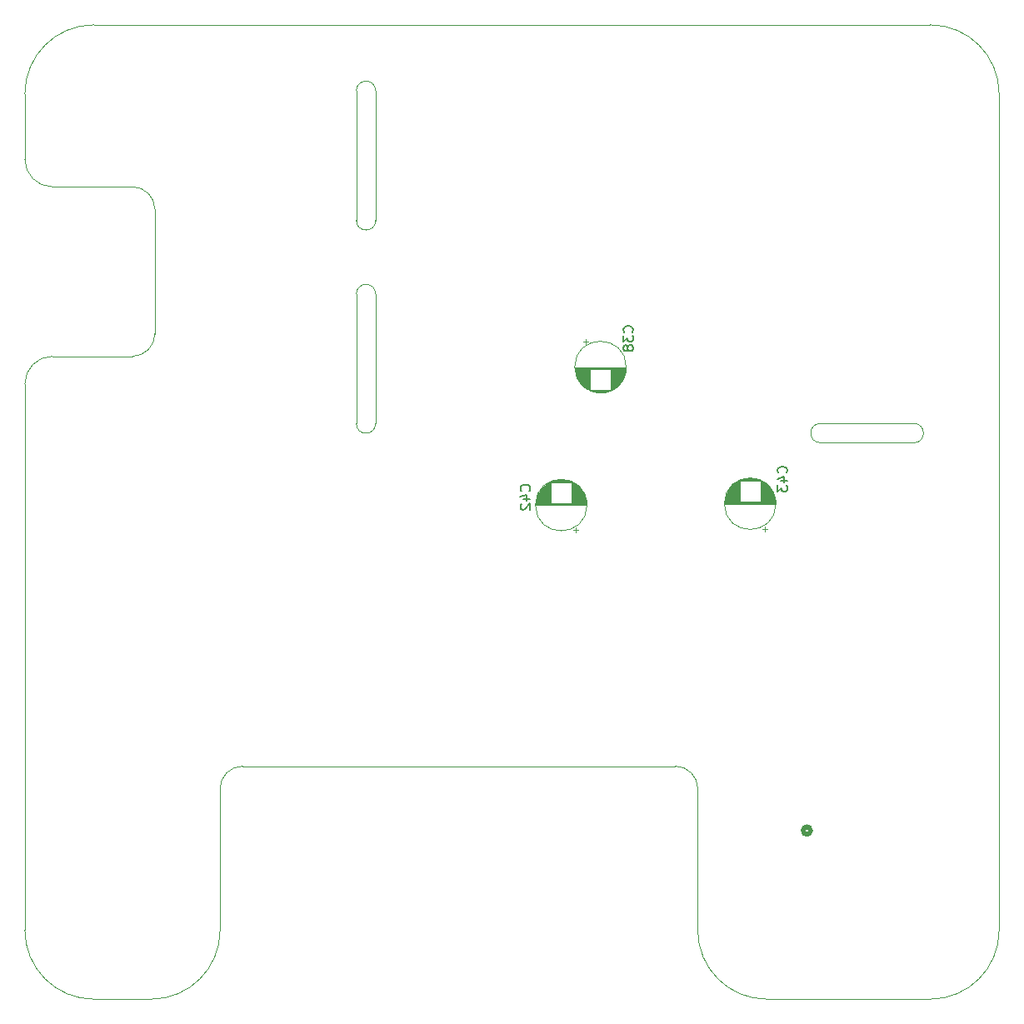
<source format=gbo>
G04 #@! TF.GenerationSoftware,KiCad,Pcbnew,7.0.7+dfsg-1*
G04 #@! TF.CreationDate,2024-09-28T12:18:31+02:00*
G04 #@! TF.ProjectId,evo-cube-sensor,65766f2d-6375-4626-952d-73656e736f72,rev?*
G04 #@! TF.SameCoordinates,Original*
G04 #@! TF.FileFunction,Legend,Bot*
G04 #@! TF.FilePolarity,Positive*
%FSLAX46Y46*%
G04 Gerber Fmt 4.6, Leading zero omitted, Abs format (unit mm)*
G04 Created by KiCad (PCBNEW 7.0.7+dfsg-1) date 2024-09-28 12:18:31*
%MOMM*%
%LPD*%
G01*
G04 APERTURE LIST*
%ADD10C,0.150000*%
%ADD11C,0.508000*%
%ADD12C,0.120000*%
G04 #@! TA.AperFunction,Profile*
%ADD13C,0.100000*%
G04 #@! TD*
G04 APERTURE END LIST*
D10*
X95380980Y-63796942D02*
X95428600Y-63749323D01*
X95428600Y-63749323D02*
X95476219Y-63606466D01*
X95476219Y-63606466D02*
X95476219Y-63511228D01*
X95476219Y-63511228D02*
X95428600Y-63368371D01*
X95428600Y-63368371D02*
X95333361Y-63273133D01*
X95333361Y-63273133D02*
X95238123Y-63225514D01*
X95238123Y-63225514D02*
X95047647Y-63177895D01*
X95047647Y-63177895D02*
X94904790Y-63177895D01*
X94904790Y-63177895D02*
X94714314Y-63225514D01*
X94714314Y-63225514D02*
X94619076Y-63273133D01*
X94619076Y-63273133D02*
X94523838Y-63368371D01*
X94523838Y-63368371D02*
X94476219Y-63511228D01*
X94476219Y-63511228D02*
X94476219Y-63606466D01*
X94476219Y-63606466D02*
X94523838Y-63749323D01*
X94523838Y-63749323D02*
X94571457Y-63796942D01*
X94476219Y-64130276D02*
X94476219Y-64749323D01*
X94476219Y-64749323D02*
X94857171Y-64415990D01*
X94857171Y-64415990D02*
X94857171Y-64558847D01*
X94857171Y-64558847D02*
X94904790Y-64654085D01*
X94904790Y-64654085D02*
X94952409Y-64701704D01*
X94952409Y-64701704D02*
X95047647Y-64749323D01*
X95047647Y-64749323D02*
X95285742Y-64749323D01*
X95285742Y-64749323D02*
X95380980Y-64701704D01*
X95380980Y-64701704D02*
X95428600Y-64654085D01*
X95428600Y-64654085D02*
X95476219Y-64558847D01*
X95476219Y-64558847D02*
X95476219Y-64273133D01*
X95476219Y-64273133D02*
X95428600Y-64177895D01*
X95428600Y-64177895D02*
X95380980Y-64130276D01*
X94904790Y-65320752D02*
X94857171Y-65225514D01*
X94857171Y-65225514D02*
X94809552Y-65177895D01*
X94809552Y-65177895D02*
X94714314Y-65130276D01*
X94714314Y-65130276D02*
X94666695Y-65130276D01*
X94666695Y-65130276D02*
X94571457Y-65177895D01*
X94571457Y-65177895D02*
X94523838Y-65225514D01*
X94523838Y-65225514D02*
X94476219Y-65320752D01*
X94476219Y-65320752D02*
X94476219Y-65511228D01*
X94476219Y-65511228D02*
X94523838Y-65606466D01*
X94523838Y-65606466D02*
X94571457Y-65654085D01*
X94571457Y-65654085D02*
X94666695Y-65701704D01*
X94666695Y-65701704D02*
X94714314Y-65701704D01*
X94714314Y-65701704D02*
X94809552Y-65654085D01*
X94809552Y-65654085D02*
X94857171Y-65606466D01*
X94857171Y-65606466D02*
X94904790Y-65511228D01*
X94904790Y-65511228D02*
X94904790Y-65320752D01*
X94904790Y-65320752D02*
X94952409Y-65225514D01*
X94952409Y-65225514D02*
X95000028Y-65177895D01*
X95000028Y-65177895D02*
X95095266Y-65130276D01*
X95095266Y-65130276D02*
X95285742Y-65130276D01*
X95285742Y-65130276D02*
X95380980Y-65177895D01*
X95380980Y-65177895D02*
X95428600Y-65225514D01*
X95428600Y-65225514D02*
X95476219Y-65320752D01*
X95476219Y-65320752D02*
X95476219Y-65511228D01*
X95476219Y-65511228D02*
X95428600Y-65606466D01*
X95428600Y-65606466D02*
X95380980Y-65654085D01*
X95380980Y-65654085D02*
X95285742Y-65701704D01*
X95285742Y-65701704D02*
X95095266Y-65701704D01*
X95095266Y-65701704D02*
X95000028Y-65654085D01*
X95000028Y-65654085D02*
X94952409Y-65606466D01*
X94952409Y-65606466D02*
X94904790Y-65511228D01*
X111052780Y-78071742D02*
X111100400Y-78024123D01*
X111100400Y-78024123D02*
X111148019Y-77881266D01*
X111148019Y-77881266D02*
X111148019Y-77786028D01*
X111148019Y-77786028D02*
X111100400Y-77643171D01*
X111100400Y-77643171D02*
X111005161Y-77547933D01*
X111005161Y-77547933D02*
X110909923Y-77500314D01*
X110909923Y-77500314D02*
X110719447Y-77452695D01*
X110719447Y-77452695D02*
X110576590Y-77452695D01*
X110576590Y-77452695D02*
X110386114Y-77500314D01*
X110386114Y-77500314D02*
X110290876Y-77547933D01*
X110290876Y-77547933D02*
X110195638Y-77643171D01*
X110195638Y-77643171D02*
X110148019Y-77786028D01*
X110148019Y-77786028D02*
X110148019Y-77881266D01*
X110148019Y-77881266D02*
X110195638Y-78024123D01*
X110195638Y-78024123D02*
X110243257Y-78071742D01*
X110481352Y-78928885D02*
X111148019Y-78928885D01*
X110100400Y-78690790D02*
X110814685Y-78452695D01*
X110814685Y-78452695D02*
X110814685Y-79071742D01*
X110148019Y-79357457D02*
X110148019Y-79976504D01*
X110148019Y-79976504D02*
X110528971Y-79643171D01*
X110528971Y-79643171D02*
X110528971Y-79786028D01*
X110528971Y-79786028D02*
X110576590Y-79881266D01*
X110576590Y-79881266D02*
X110624209Y-79928885D01*
X110624209Y-79928885D02*
X110719447Y-79976504D01*
X110719447Y-79976504D02*
X110957542Y-79976504D01*
X110957542Y-79976504D02*
X111052780Y-79928885D01*
X111052780Y-79928885D02*
X111100400Y-79881266D01*
X111100400Y-79881266D02*
X111148019Y-79786028D01*
X111148019Y-79786028D02*
X111148019Y-79500314D01*
X111148019Y-79500314D02*
X111100400Y-79405076D01*
X111100400Y-79405076D02*
X111052780Y-79357457D01*
X84916180Y-79925942D02*
X84963800Y-79878323D01*
X84963800Y-79878323D02*
X85011419Y-79735466D01*
X85011419Y-79735466D02*
X85011419Y-79640228D01*
X85011419Y-79640228D02*
X84963800Y-79497371D01*
X84963800Y-79497371D02*
X84868561Y-79402133D01*
X84868561Y-79402133D02*
X84773323Y-79354514D01*
X84773323Y-79354514D02*
X84582847Y-79306895D01*
X84582847Y-79306895D02*
X84439990Y-79306895D01*
X84439990Y-79306895D02*
X84249514Y-79354514D01*
X84249514Y-79354514D02*
X84154276Y-79402133D01*
X84154276Y-79402133D02*
X84059038Y-79497371D01*
X84059038Y-79497371D02*
X84011419Y-79640228D01*
X84011419Y-79640228D02*
X84011419Y-79735466D01*
X84011419Y-79735466D02*
X84059038Y-79878323D01*
X84059038Y-79878323D02*
X84106657Y-79925942D01*
X84344752Y-80783085D02*
X85011419Y-80783085D01*
X83963800Y-80544990D02*
X84678085Y-80306895D01*
X84678085Y-80306895D02*
X84678085Y-80925942D01*
X84106657Y-81259276D02*
X84059038Y-81306895D01*
X84059038Y-81306895D02*
X84011419Y-81402133D01*
X84011419Y-81402133D02*
X84011419Y-81640228D01*
X84011419Y-81640228D02*
X84059038Y-81735466D01*
X84059038Y-81735466D02*
X84106657Y-81783085D01*
X84106657Y-81783085D02*
X84201895Y-81830704D01*
X84201895Y-81830704D02*
X84297133Y-81830704D01*
X84297133Y-81830704D02*
X84439990Y-81783085D01*
X84439990Y-81783085D02*
X85011419Y-81211657D01*
X85011419Y-81211657D02*
X85011419Y-81830704D01*
D11*
X113501800Y-114439700D02*
G75*
G03*
X113501800Y-114439700I-381000J0D01*
G01*
D12*
X90676200Y-64536025D02*
X90676200Y-65036025D01*
X90426200Y-64786025D02*
X90926200Y-64786025D01*
X89571200Y-67340800D02*
X94731200Y-67340800D01*
X89571200Y-67380800D02*
X94731200Y-67380800D01*
X89572200Y-67420800D02*
X94730200Y-67420800D01*
X89573200Y-67460800D02*
X94729200Y-67460800D01*
X89575200Y-67500800D02*
X94727200Y-67500800D01*
X89578200Y-67540800D02*
X94724200Y-67540800D01*
X93191200Y-67580800D02*
X94720200Y-67580800D01*
X89582200Y-67580800D02*
X91111200Y-67580800D01*
X93191200Y-67620800D02*
X94716200Y-67620800D01*
X89586200Y-67620800D02*
X91111200Y-67620800D01*
X93191200Y-67660800D02*
X94712200Y-67660800D01*
X89590200Y-67660800D02*
X91111200Y-67660800D01*
X93191200Y-67700800D02*
X94707200Y-67700800D01*
X89595200Y-67700800D02*
X91111200Y-67700800D01*
X93191200Y-67740800D02*
X94701200Y-67740800D01*
X89601200Y-67740800D02*
X91111200Y-67740800D01*
X93191200Y-67780800D02*
X94694200Y-67780800D01*
X89608200Y-67780800D02*
X91111200Y-67780800D01*
X93191200Y-67820800D02*
X94687200Y-67820800D01*
X89615200Y-67820800D02*
X91111200Y-67820800D01*
X93191200Y-67860800D02*
X94679200Y-67860800D01*
X89623200Y-67860800D02*
X91111200Y-67860800D01*
X93191200Y-67900800D02*
X94671200Y-67900800D01*
X89631200Y-67900800D02*
X91111200Y-67900800D01*
X93191200Y-67940800D02*
X94662200Y-67940800D01*
X89640200Y-67940800D02*
X91111200Y-67940800D01*
X93191200Y-67980800D02*
X94652200Y-67980800D01*
X89650200Y-67980800D02*
X91111200Y-67980800D01*
X93191200Y-68020800D02*
X94642200Y-68020800D01*
X89660200Y-68020800D02*
X91111200Y-68020800D01*
X93191200Y-68061800D02*
X94631200Y-68061800D01*
X89671200Y-68061800D02*
X91111200Y-68061800D01*
X93191200Y-68101800D02*
X94619200Y-68101800D01*
X89683200Y-68101800D02*
X91111200Y-68101800D01*
X93191200Y-68141800D02*
X94606200Y-68141800D01*
X89696200Y-68141800D02*
X91111200Y-68141800D01*
X93191200Y-68181800D02*
X94593200Y-68181800D01*
X89709200Y-68181800D02*
X91111200Y-68181800D01*
X93191200Y-68221800D02*
X94579200Y-68221800D01*
X89723200Y-68221800D02*
X91111200Y-68221800D01*
X93191200Y-68261800D02*
X94565200Y-68261800D01*
X89737200Y-68261800D02*
X91111200Y-68261800D01*
X93191200Y-68301800D02*
X94549200Y-68301800D01*
X89753200Y-68301800D02*
X91111200Y-68301800D01*
X93191200Y-68341800D02*
X94533200Y-68341800D01*
X89769200Y-68341800D02*
X91111200Y-68341800D01*
X93191200Y-68381800D02*
X94516200Y-68381800D01*
X89786200Y-68381800D02*
X91111200Y-68381800D01*
X93191200Y-68421800D02*
X94499200Y-68421800D01*
X89803200Y-68421800D02*
X91111200Y-68421800D01*
X93191200Y-68461800D02*
X94480200Y-68461800D01*
X89822200Y-68461800D02*
X91111200Y-68461800D01*
X93191200Y-68501800D02*
X94461200Y-68501800D01*
X89841200Y-68501800D02*
X91111200Y-68501800D01*
X93191200Y-68541800D02*
X94441200Y-68541800D01*
X89861200Y-68541800D02*
X91111200Y-68541800D01*
X93191200Y-68581800D02*
X94419200Y-68581800D01*
X89883200Y-68581800D02*
X91111200Y-68581800D01*
X93191200Y-68621800D02*
X94398200Y-68621800D01*
X89904200Y-68621800D02*
X91111200Y-68621800D01*
X93191200Y-68661800D02*
X94375200Y-68661800D01*
X89927200Y-68661800D02*
X91111200Y-68661800D01*
X93191200Y-68701800D02*
X94351200Y-68701800D01*
X89951200Y-68701800D02*
X91111200Y-68701800D01*
X93191200Y-68741800D02*
X94326200Y-68741800D01*
X89976200Y-68741800D02*
X91111200Y-68741800D01*
X93191200Y-68781800D02*
X94300200Y-68781800D01*
X90002200Y-68781800D02*
X91111200Y-68781800D01*
X93191200Y-68821800D02*
X94273200Y-68821800D01*
X90029200Y-68821800D02*
X91111200Y-68821800D01*
X93191200Y-68861800D02*
X94246200Y-68861800D01*
X90056200Y-68861800D02*
X91111200Y-68861800D01*
X93191200Y-68901800D02*
X94216200Y-68901800D01*
X90086200Y-68901800D02*
X91111200Y-68901800D01*
X93191200Y-68941800D02*
X94186200Y-68941800D01*
X90116200Y-68941800D02*
X91111200Y-68941800D01*
X93191200Y-68981800D02*
X94155200Y-68981800D01*
X90147200Y-68981800D02*
X91111200Y-68981800D01*
X93191200Y-69021800D02*
X94122200Y-69021800D01*
X90180200Y-69021800D02*
X91111200Y-69021800D01*
X93191200Y-69061800D02*
X94088200Y-69061800D01*
X90214200Y-69061800D02*
X91111200Y-69061800D01*
X93191200Y-69101800D02*
X94052200Y-69101800D01*
X90250200Y-69101800D02*
X91111200Y-69101800D01*
X93191200Y-69141800D02*
X94015200Y-69141800D01*
X90287200Y-69141800D02*
X91111200Y-69141800D01*
X93191200Y-69181800D02*
X93977200Y-69181800D01*
X90325200Y-69181800D02*
X91111200Y-69181800D01*
X93191200Y-69221800D02*
X93936200Y-69221800D01*
X90366200Y-69221800D02*
X91111200Y-69221800D01*
X93191200Y-69261800D02*
X93894200Y-69261800D01*
X90408200Y-69261800D02*
X91111200Y-69261800D01*
X93191200Y-69301800D02*
X93850200Y-69301800D01*
X90452200Y-69301800D02*
X91111200Y-69301800D01*
X93191200Y-69341800D02*
X93804200Y-69341800D01*
X90498200Y-69341800D02*
X91111200Y-69341800D01*
X93191200Y-69381800D02*
X93756200Y-69381800D01*
X90546200Y-69381800D02*
X91111200Y-69381800D01*
X93191200Y-69421800D02*
X93705200Y-69421800D01*
X90597200Y-69421800D02*
X91111200Y-69421800D01*
X93191200Y-69461800D02*
X93651200Y-69461800D01*
X90651200Y-69461800D02*
X91111200Y-69461800D01*
X93191200Y-69501800D02*
X93594200Y-69501800D01*
X90708200Y-69501800D02*
X91111200Y-69501800D01*
X93191200Y-69541800D02*
X93534200Y-69541800D01*
X90768200Y-69541800D02*
X91111200Y-69541800D01*
X93191200Y-69581800D02*
X93470200Y-69581800D01*
X90832200Y-69581800D02*
X91111200Y-69581800D01*
X93191200Y-69621800D02*
X93402200Y-69621800D01*
X90900200Y-69621800D02*
X91111200Y-69621800D01*
X90973200Y-69661800D02*
X93329200Y-69661800D01*
X91053200Y-69701800D02*
X93249200Y-69701800D01*
X91140200Y-69741800D02*
X93162200Y-69741800D01*
X91236200Y-69781800D02*
X93066200Y-69781800D01*
X91346200Y-69821800D02*
X92956200Y-69821800D01*
X91474200Y-69861800D02*
X92828200Y-69861800D01*
X91633200Y-69901800D02*
X92669200Y-69901800D01*
X91867200Y-69941800D02*
X92435200Y-69941800D01*
X94771200Y-67340800D02*
G75*
G03*
X94771200Y-67340800I-2620000J0D01*
G01*
X108840800Y-84028575D02*
X108840800Y-83528575D01*
X109090800Y-83778575D02*
X108590800Y-83778575D01*
X109945800Y-81223800D02*
X104785800Y-81223800D01*
X109945800Y-81183800D02*
X104785800Y-81183800D01*
X109944800Y-81143800D02*
X104786800Y-81143800D01*
X109943800Y-81103800D02*
X104787800Y-81103800D01*
X109941800Y-81063800D02*
X104789800Y-81063800D01*
X109938800Y-81023800D02*
X104792800Y-81023800D01*
X106325800Y-80983800D02*
X104796800Y-80983800D01*
X109934800Y-80983800D02*
X108405800Y-80983800D01*
X106325800Y-80943800D02*
X104800800Y-80943800D01*
X109930800Y-80943800D02*
X108405800Y-80943800D01*
X106325800Y-80903800D02*
X104804800Y-80903800D01*
X109926800Y-80903800D02*
X108405800Y-80903800D01*
X106325800Y-80863800D02*
X104809800Y-80863800D01*
X109921800Y-80863800D02*
X108405800Y-80863800D01*
X106325800Y-80823800D02*
X104815800Y-80823800D01*
X109915800Y-80823800D02*
X108405800Y-80823800D01*
X106325800Y-80783800D02*
X104822800Y-80783800D01*
X109908800Y-80783800D02*
X108405800Y-80783800D01*
X106325800Y-80743800D02*
X104829800Y-80743800D01*
X109901800Y-80743800D02*
X108405800Y-80743800D01*
X106325800Y-80703800D02*
X104837800Y-80703800D01*
X109893800Y-80703800D02*
X108405800Y-80703800D01*
X106325800Y-80663800D02*
X104845800Y-80663800D01*
X109885800Y-80663800D02*
X108405800Y-80663800D01*
X106325800Y-80623800D02*
X104854800Y-80623800D01*
X109876800Y-80623800D02*
X108405800Y-80623800D01*
X106325800Y-80583800D02*
X104864800Y-80583800D01*
X109866800Y-80583800D02*
X108405800Y-80583800D01*
X106325800Y-80543800D02*
X104874800Y-80543800D01*
X109856800Y-80543800D02*
X108405800Y-80543800D01*
X106325800Y-80502800D02*
X104885800Y-80502800D01*
X109845800Y-80502800D02*
X108405800Y-80502800D01*
X106325800Y-80462800D02*
X104897800Y-80462800D01*
X109833800Y-80462800D02*
X108405800Y-80462800D01*
X106325800Y-80422800D02*
X104910800Y-80422800D01*
X109820800Y-80422800D02*
X108405800Y-80422800D01*
X106325800Y-80382800D02*
X104923800Y-80382800D01*
X109807800Y-80382800D02*
X108405800Y-80382800D01*
X106325800Y-80342800D02*
X104937800Y-80342800D01*
X109793800Y-80342800D02*
X108405800Y-80342800D01*
X106325800Y-80302800D02*
X104951800Y-80302800D01*
X109779800Y-80302800D02*
X108405800Y-80302800D01*
X106325800Y-80262800D02*
X104967800Y-80262800D01*
X109763800Y-80262800D02*
X108405800Y-80262800D01*
X106325800Y-80222800D02*
X104983800Y-80222800D01*
X109747800Y-80222800D02*
X108405800Y-80222800D01*
X106325800Y-80182800D02*
X105000800Y-80182800D01*
X109730800Y-80182800D02*
X108405800Y-80182800D01*
X106325800Y-80142800D02*
X105017800Y-80142800D01*
X109713800Y-80142800D02*
X108405800Y-80142800D01*
X106325800Y-80102800D02*
X105036800Y-80102800D01*
X109694800Y-80102800D02*
X108405800Y-80102800D01*
X106325800Y-80062800D02*
X105055800Y-80062800D01*
X109675800Y-80062800D02*
X108405800Y-80062800D01*
X106325800Y-80022800D02*
X105075800Y-80022800D01*
X109655800Y-80022800D02*
X108405800Y-80022800D01*
X106325800Y-79982800D02*
X105097800Y-79982800D01*
X109633800Y-79982800D02*
X108405800Y-79982800D01*
X106325800Y-79942800D02*
X105118800Y-79942800D01*
X109612800Y-79942800D02*
X108405800Y-79942800D01*
X106325800Y-79902800D02*
X105141800Y-79902800D01*
X109589800Y-79902800D02*
X108405800Y-79902800D01*
X106325800Y-79862800D02*
X105165800Y-79862800D01*
X109565800Y-79862800D02*
X108405800Y-79862800D01*
X106325800Y-79822800D02*
X105190800Y-79822800D01*
X109540800Y-79822800D02*
X108405800Y-79822800D01*
X106325800Y-79782800D02*
X105216800Y-79782800D01*
X109514800Y-79782800D02*
X108405800Y-79782800D01*
X106325800Y-79742800D02*
X105243800Y-79742800D01*
X109487800Y-79742800D02*
X108405800Y-79742800D01*
X106325800Y-79702800D02*
X105270800Y-79702800D01*
X109460800Y-79702800D02*
X108405800Y-79702800D01*
X106325800Y-79662800D02*
X105300800Y-79662800D01*
X109430800Y-79662800D02*
X108405800Y-79662800D01*
X106325800Y-79622800D02*
X105330800Y-79622800D01*
X109400800Y-79622800D02*
X108405800Y-79622800D01*
X106325800Y-79582800D02*
X105361800Y-79582800D01*
X109369800Y-79582800D02*
X108405800Y-79582800D01*
X106325800Y-79542800D02*
X105394800Y-79542800D01*
X109336800Y-79542800D02*
X108405800Y-79542800D01*
X106325800Y-79502800D02*
X105428800Y-79502800D01*
X109302800Y-79502800D02*
X108405800Y-79502800D01*
X106325800Y-79462800D02*
X105464800Y-79462800D01*
X109266800Y-79462800D02*
X108405800Y-79462800D01*
X106325800Y-79422800D02*
X105501800Y-79422800D01*
X109229800Y-79422800D02*
X108405800Y-79422800D01*
X106325800Y-79382800D02*
X105539800Y-79382800D01*
X109191800Y-79382800D02*
X108405800Y-79382800D01*
X106325800Y-79342800D02*
X105580800Y-79342800D01*
X109150800Y-79342800D02*
X108405800Y-79342800D01*
X106325800Y-79302800D02*
X105622800Y-79302800D01*
X109108800Y-79302800D02*
X108405800Y-79302800D01*
X106325800Y-79262800D02*
X105666800Y-79262800D01*
X109064800Y-79262800D02*
X108405800Y-79262800D01*
X106325800Y-79222800D02*
X105712800Y-79222800D01*
X109018800Y-79222800D02*
X108405800Y-79222800D01*
X106325800Y-79182800D02*
X105760800Y-79182800D01*
X108970800Y-79182800D02*
X108405800Y-79182800D01*
X106325800Y-79142800D02*
X105811800Y-79142800D01*
X108919800Y-79142800D02*
X108405800Y-79142800D01*
X106325800Y-79102800D02*
X105865800Y-79102800D01*
X108865800Y-79102800D02*
X108405800Y-79102800D01*
X106325800Y-79062800D02*
X105922800Y-79062800D01*
X108808800Y-79062800D02*
X108405800Y-79062800D01*
X106325800Y-79022800D02*
X105982800Y-79022800D01*
X108748800Y-79022800D02*
X108405800Y-79022800D01*
X106325800Y-78982800D02*
X106046800Y-78982800D01*
X108684800Y-78982800D02*
X108405800Y-78982800D01*
X106325800Y-78942800D02*
X106114800Y-78942800D01*
X108616800Y-78942800D02*
X108405800Y-78942800D01*
X108543800Y-78902800D02*
X106187800Y-78902800D01*
X108463800Y-78862800D02*
X106267800Y-78862800D01*
X108376800Y-78822800D02*
X106354800Y-78822800D01*
X108280800Y-78782800D02*
X106450800Y-78782800D01*
X108170800Y-78742800D02*
X106560800Y-78742800D01*
X108042800Y-78702800D02*
X106688800Y-78702800D01*
X107883800Y-78662800D02*
X106847800Y-78662800D01*
X107649800Y-78622800D02*
X107081800Y-78622800D01*
X109985800Y-81223800D02*
G75*
G03*
X109985800Y-81223800I-2620000J0D01*
G01*
X89638400Y-84166888D02*
X89638400Y-83666888D01*
X89888400Y-83916888D02*
X89388400Y-83916888D01*
X90743400Y-81362113D02*
X85583400Y-81362113D01*
X90743400Y-81322113D02*
X85583400Y-81322113D01*
X90742400Y-81282113D02*
X85584400Y-81282113D01*
X90741400Y-81242113D02*
X85585400Y-81242113D01*
X90739400Y-81202113D02*
X85587400Y-81202113D01*
X90736400Y-81162113D02*
X85590400Y-81162113D01*
X87123400Y-81122113D02*
X85594400Y-81122113D01*
X90732400Y-81122113D02*
X89203400Y-81122113D01*
X87123400Y-81082113D02*
X85598400Y-81082113D01*
X90728400Y-81082113D02*
X89203400Y-81082113D01*
X87123400Y-81042113D02*
X85602400Y-81042113D01*
X90724400Y-81042113D02*
X89203400Y-81042113D01*
X87123400Y-81002113D02*
X85607400Y-81002113D01*
X90719400Y-81002113D02*
X89203400Y-81002113D01*
X87123400Y-80962113D02*
X85613400Y-80962113D01*
X90713400Y-80962113D02*
X89203400Y-80962113D01*
X87123400Y-80922113D02*
X85620400Y-80922113D01*
X90706400Y-80922113D02*
X89203400Y-80922113D01*
X87123400Y-80882113D02*
X85627400Y-80882113D01*
X90699400Y-80882113D02*
X89203400Y-80882113D01*
X87123400Y-80842113D02*
X85635400Y-80842113D01*
X90691400Y-80842113D02*
X89203400Y-80842113D01*
X87123400Y-80802113D02*
X85643400Y-80802113D01*
X90683400Y-80802113D02*
X89203400Y-80802113D01*
X87123400Y-80762113D02*
X85652400Y-80762113D01*
X90674400Y-80762113D02*
X89203400Y-80762113D01*
X87123400Y-80722113D02*
X85662400Y-80722113D01*
X90664400Y-80722113D02*
X89203400Y-80722113D01*
X87123400Y-80682113D02*
X85672400Y-80682113D01*
X90654400Y-80682113D02*
X89203400Y-80682113D01*
X87123400Y-80641113D02*
X85683400Y-80641113D01*
X90643400Y-80641113D02*
X89203400Y-80641113D01*
X87123400Y-80601113D02*
X85695400Y-80601113D01*
X90631400Y-80601113D02*
X89203400Y-80601113D01*
X87123400Y-80561113D02*
X85708400Y-80561113D01*
X90618400Y-80561113D02*
X89203400Y-80561113D01*
X87123400Y-80521113D02*
X85721400Y-80521113D01*
X90605400Y-80521113D02*
X89203400Y-80521113D01*
X87123400Y-80481113D02*
X85735400Y-80481113D01*
X90591400Y-80481113D02*
X89203400Y-80481113D01*
X87123400Y-80441113D02*
X85749400Y-80441113D01*
X90577400Y-80441113D02*
X89203400Y-80441113D01*
X87123400Y-80401113D02*
X85765400Y-80401113D01*
X90561400Y-80401113D02*
X89203400Y-80401113D01*
X87123400Y-80361113D02*
X85781400Y-80361113D01*
X90545400Y-80361113D02*
X89203400Y-80361113D01*
X87123400Y-80321113D02*
X85798400Y-80321113D01*
X90528400Y-80321113D02*
X89203400Y-80321113D01*
X87123400Y-80281113D02*
X85815400Y-80281113D01*
X90511400Y-80281113D02*
X89203400Y-80281113D01*
X87123400Y-80241113D02*
X85834400Y-80241113D01*
X90492400Y-80241113D02*
X89203400Y-80241113D01*
X87123400Y-80201113D02*
X85853400Y-80201113D01*
X90473400Y-80201113D02*
X89203400Y-80201113D01*
X87123400Y-80161113D02*
X85873400Y-80161113D01*
X90453400Y-80161113D02*
X89203400Y-80161113D01*
X87123400Y-80121113D02*
X85895400Y-80121113D01*
X90431400Y-80121113D02*
X89203400Y-80121113D01*
X87123400Y-80081113D02*
X85916400Y-80081113D01*
X90410400Y-80081113D02*
X89203400Y-80081113D01*
X87123400Y-80041113D02*
X85939400Y-80041113D01*
X90387400Y-80041113D02*
X89203400Y-80041113D01*
X87123400Y-80001113D02*
X85963400Y-80001113D01*
X90363400Y-80001113D02*
X89203400Y-80001113D01*
X87123400Y-79961113D02*
X85988400Y-79961113D01*
X90338400Y-79961113D02*
X89203400Y-79961113D01*
X87123400Y-79921113D02*
X86014400Y-79921113D01*
X90312400Y-79921113D02*
X89203400Y-79921113D01*
X87123400Y-79881113D02*
X86041400Y-79881113D01*
X90285400Y-79881113D02*
X89203400Y-79881113D01*
X87123400Y-79841113D02*
X86068400Y-79841113D01*
X90258400Y-79841113D02*
X89203400Y-79841113D01*
X87123400Y-79801113D02*
X86098400Y-79801113D01*
X90228400Y-79801113D02*
X89203400Y-79801113D01*
X87123400Y-79761113D02*
X86128400Y-79761113D01*
X90198400Y-79761113D02*
X89203400Y-79761113D01*
X87123400Y-79721113D02*
X86159400Y-79721113D01*
X90167400Y-79721113D02*
X89203400Y-79721113D01*
X87123400Y-79681113D02*
X86192400Y-79681113D01*
X90134400Y-79681113D02*
X89203400Y-79681113D01*
X87123400Y-79641113D02*
X86226400Y-79641113D01*
X90100400Y-79641113D02*
X89203400Y-79641113D01*
X87123400Y-79601113D02*
X86262400Y-79601113D01*
X90064400Y-79601113D02*
X89203400Y-79601113D01*
X87123400Y-79561113D02*
X86299400Y-79561113D01*
X90027400Y-79561113D02*
X89203400Y-79561113D01*
X87123400Y-79521113D02*
X86337400Y-79521113D01*
X89989400Y-79521113D02*
X89203400Y-79521113D01*
X87123400Y-79481113D02*
X86378400Y-79481113D01*
X89948400Y-79481113D02*
X89203400Y-79481113D01*
X87123400Y-79441113D02*
X86420400Y-79441113D01*
X89906400Y-79441113D02*
X89203400Y-79441113D01*
X87123400Y-79401113D02*
X86464400Y-79401113D01*
X89862400Y-79401113D02*
X89203400Y-79401113D01*
X87123400Y-79361113D02*
X86510400Y-79361113D01*
X89816400Y-79361113D02*
X89203400Y-79361113D01*
X87123400Y-79321113D02*
X86558400Y-79321113D01*
X89768400Y-79321113D02*
X89203400Y-79321113D01*
X87123400Y-79281113D02*
X86609400Y-79281113D01*
X89717400Y-79281113D02*
X89203400Y-79281113D01*
X87123400Y-79241113D02*
X86663400Y-79241113D01*
X89663400Y-79241113D02*
X89203400Y-79241113D01*
X87123400Y-79201113D02*
X86720400Y-79201113D01*
X89606400Y-79201113D02*
X89203400Y-79201113D01*
X87123400Y-79161113D02*
X86780400Y-79161113D01*
X89546400Y-79161113D02*
X89203400Y-79161113D01*
X87123400Y-79121113D02*
X86844400Y-79121113D01*
X89482400Y-79121113D02*
X89203400Y-79121113D01*
X87123400Y-79081113D02*
X86912400Y-79081113D01*
X89414400Y-79081113D02*
X89203400Y-79081113D01*
X89341400Y-79041113D02*
X86985400Y-79041113D01*
X89261400Y-79001113D02*
X87065400Y-79001113D01*
X89174400Y-78961113D02*
X87152400Y-78961113D01*
X89078400Y-78921113D02*
X87248400Y-78921113D01*
X88968400Y-78881113D02*
X87358400Y-78881113D01*
X88840400Y-78841113D02*
X87486400Y-78841113D01*
X88681400Y-78801113D02*
X87645400Y-78801113D01*
X88447400Y-78761113D02*
X87879400Y-78761113D01*
X90783400Y-81362113D02*
G75*
G03*
X90783400Y-81362113I-2620000J0D01*
G01*
D13*
X114503200Y-73075800D02*
X124002800Y-73075800D01*
X125664200Y-131569200D02*
G75*
G03*
X132664200Y-124569200I0J7000000D01*
G01*
X46500453Y-131569203D02*
G75*
G03*
X53500453Y-124569200I-3J7000003D01*
G01*
X33670200Y-46233544D02*
X33664200Y-39569200D01*
X33664200Y-124569200D02*
G75*
G03*
X40664200Y-131569200I7000000J0D01*
G01*
X67348843Y-73089243D02*
G75*
G03*
X69303157Y-73089243I977157J0D01*
G01*
X55786453Y-107899153D02*
G75*
G03*
X53500453Y-110185200I47J-2286047D01*
G01*
X125664200Y-32569200D02*
X40664200Y-32569200D01*
X99756200Y-107899200D02*
X55786453Y-107899200D01*
X102042200Y-110185200D02*
G75*
G03*
X99756200Y-107899200I-2286000J0D01*
G01*
X46878200Y-51313544D02*
X46878200Y-63957200D01*
X53500453Y-110185200D02*
X53500453Y-124569200D01*
X46878156Y-51313544D02*
G75*
G03*
X44592200Y-49027544I-2285956J44D01*
G01*
X69303157Y-59918600D02*
G75*
G03*
X67348843Y-59918600I-977157J0D01*
G01*
X44592200Y-66243200D02*
X36464200Y-66243200D01*
X44592200Y-66243200D02*
G75*
G03*
X46878200Y-63957200I0J2286000D01*
G01*
X44592200Y-49027544D02*
X36464200Y-49027544D01*
X102042200Y-110185200D02*
X102042200Y-124569200D01*
X36464200Y-66243200D02*
G75*
G03*
X33670200Y-69037200I0J-2794000D01*
G01*
X114503200Y-73075886D02*
G75*
G03*
X114503200Y-75030114I0J-977114D01*
G01*
X109042200Y-131569200D02*
X125664200Y-131569200D01*
X124002800Y-75030114D02*
X114503200Y-75030114D01*
X67348843Y-73089243D02*
X67348843Y-59918600D01*
X67348843Y-52439043D02*
G75*
G03*
X69303157Y-52439043I977157J0D01*
G01*
X69303157Y-39268400D02*
X69303157Y-52439043D01*
X33670200Y-69037200D02*
X33670200Y-124569200D01*
X124002800Y-75030200D02*
G75*
G03*
X124002800Y-73075800I0J977200D01*
G01*
X40664200Y-32569200D02*
G75*
G03*
X33664200Y-39569200I0J-7000000D01*
G01*
X67348843Y-39268400D02*
X67348843Y-52439043D01*
X69303157Y-59918600D02*
X69303157Y-73089243D01*
X132664200Y-39569200D02*
G75*
G03*
X125664200Y-32569200I-7000000J0D01*
G01*
X33670156Y-46233544D02*
G75*
G03*
X36464200Y-49027544I2794044J44D01*
G01*
X69303157Y-39268400D02*
G75*
G03*
X67348843Y-39268400I-977157J0D01*
G01*
X40664200Y-131569200D02*
X46500453Y-131569200D01*
X102042200Y-124569200D02*
G75*
G03*
X109042200Y-131569200I7000000J0D01*
G01*
X132664200Y-124569200D02*
X132664200Y-39569200D01*
M02*

</source>
